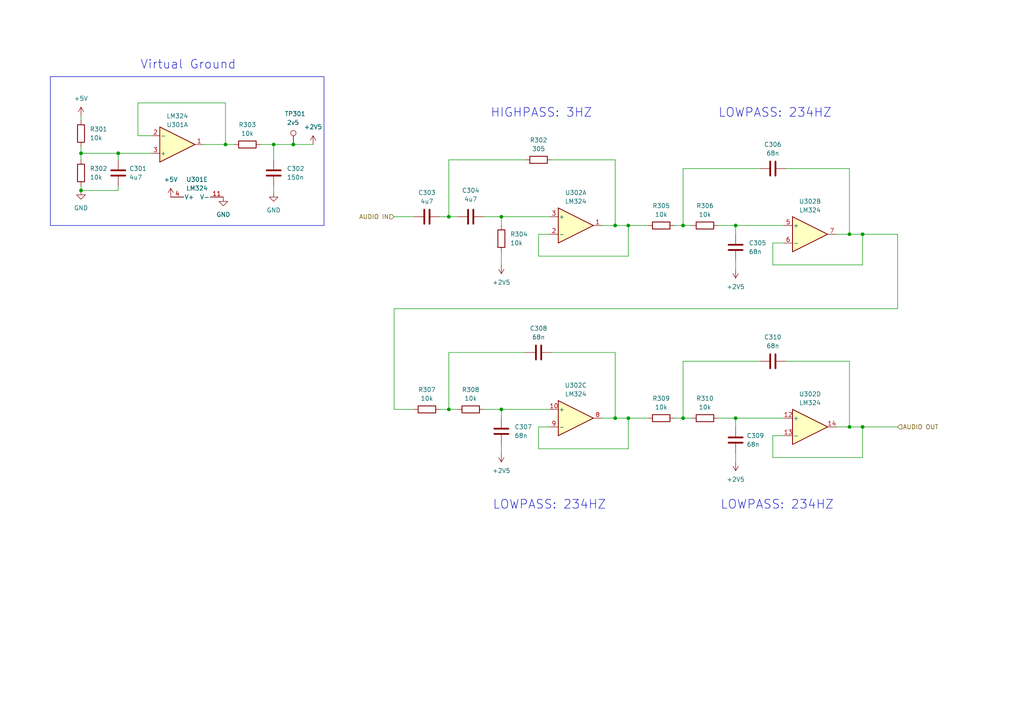
<source format=kicad_sch>
(kicad_sch (version 20230121) (generator eeschema)
  (paper "A4")
  (lib_symbols
    (symbol "Amplifier_Operational:LM324" (pin_names (offset 0.127))
      (property "Reference" "U" (at 0 5.08 0))
      (property "Value" "LM324" (at 0 -5.08 0))
      (symbol "LM324_1_1"
        (polyline (pts (xy -5.08 5.08) (xy 5.08 0) (xy -5.08 -5.08) (xy -5.08 5.08)) (stroke (width 0.254)) (fill (type background)))
        (pin output line (at 7.62 0 180) (length 2.54) (name "~") (number "1"))
        (pin input line (at -7.62 -2.54 0) (length 2.54) (name "-") (number "2"))
        (pin input line (at -7.62 2.54 0) (length 2.54) (name "+") (number "3"))
      )
      (symbol "LM324_2_1"
        (polyline (pts (xy -5.08 5.08) (xy 5.08 0) (xy -5.08 -5.08) (xy -5.08 5.08)) (stroke (width 0.254)) (fill (type background)))
        (pin input line (at -7.62 2.54 0) (length 2.54) (name "+") (number "5"))
        (pin input line (at -7.62 -2.54 0) (length 2.54) (name "-") (number "6"))
        (pin output line (at 7.62 0 180) (length 2.54) (name "~") (number "7"))
      )
      (symbol "LM324_3_1"
        (polyline (pts (xy -5.08 5.08) (xy 5.08 0) (xy -5.08 -5.08) (xy -5.08 5.08)) (stroke (width 0.254)) (fill (type background)))
        (pin input line (at -7.62 2.54 0) (length 2.54) (name "+") (number "10"))
        (pin output line (at 7.62 0 180) (length 2.54) (name "~") (number "8"))
        (pin input line (at -7.62 -2.54 0) (length 2.54) (name "-") (number "9"))
      )
      (symbol "LM324_4_1"
        (polyline (pts (xy -5.08 5.08) (xy 5.08 0) (xy -5.08 -5.08) (xy -5.08 5.08)) (stroke (width 0.254)) (fill (type background)))
        (pin input line (at -7.62 2.54 0) (length 2.54) (name "+") (number "12"))
        (pin input line (at -7.62 -2.54 0) (length 2.54) (name "-") (number "13"))
        (pin output line (at 7.62 0 180) (length 2.54) (name "~") (number "14"))
      )
      (symbol "LM324_5_1"
        (pin power_in line (at -2.54 -7.62 90) (length 3.81) (name "V-") (number "11"))
        (pin power_in line (at -2.54 7.62 270) (length 3.81) (name "V+") (number "4"))
      )
    )
    (symbol "Connector:TestPoint" (pin_numbers hide) (pin_names (offset 0.762) hide)
      (property "Reference" "TP" (at 0 6.858 0))
      (property "Value" "TestPoint" (at 0 5.08 0))
      (symbol "TestPoint_0_1"
        (circle (center 0 3.302) (radius 0.762))
      )
      (symbol "TestPoint_1_1"
        (pin passive line (at 0 0 90) (length 2.54) (name "1") (number "1"))
      )
    )
    (symbol "Device:C" (pin_numbers hide) (pin_names (offset 0.254))
      (property "Reference" "C" (at 0.635 2.54 0))
      (property "Value" "C" (at 0.635 -2.54 0))
      (symbol "C_0_1"
        (polyline (pts (xy -2.032 -0.762) (xy 2.032 -0.762)) (stroke (width 0.508)))
        (polyline (pts (xy -2.032 0.762) (xy 2.032 0.762)) (stroke (width 0.508)))
      )
      (symbol "C_1_1"
        (pin passive line (at 0 3.81 270) (length 2.794) (name "~") (number "1"))
        (pin passive line (at 0 -3.81 90) (length 2.794) (name "~") (number "2"))
      )
    )
    (symbol "Device:R" (pin_numbers hide) (pin_names (offset 0))
      (property "Reference" "R" (at 2.032 0 90))
      (property "Value" "R" (at 0 0 90))
      (symbol "R_0_1"
        (rectangle (start -1.016 -2.54) (end 1.016 2.54) (stroke (width 0.254)))
      )
      (symbol "R_1_1"
        (pin passive line (at 0 3.81 270) (length 1.27) (name "~") (number "1"))
        (pin passive line (at 0 -3.81 90) (length 1.27) (name "~") (number "2"))
      )
    )
    (symbol "power:+2V5" (power) (pin_names (offset 0))
      (property "Value" "+2V5" (at 0 3.556 0))
      (symbol "+2V5_0_1"
        (polyline (pts (xy -0.762 1.27) (xy 0 2.54)))
        (polyline (pts (xy 0 0) (xy 0 2.54)))
        (polyline (pts (xy 0 2.54) (xy 0.762 1.27)))
      )
      (symbol "+2V5_1_1"
        (pin power_in line (at 0 0 90) (length 0) hide (name "+2V5") (number "1"))
      )
    )
    (symbol "power:+5V" (power) (pin_names (offset 0))
      (property "Value" "+5V" (at 0 3.556 0))
      (symbol "+5V_0_1"
        (polyline (pts (xy -0.762 1.27) (xy 0 2.54)))
        (polyline (pts (xy 0 0) (xy 0 2.54)))
        (polyline (pts (xy 0 2.54) (xy 0.762 1.27)))
      )
      (symbol "+5V_1_1"
        (pin power_in line (at 0 0 90) (length 0) hide (name "+5V") (number "1"))
      )
    )
    (symbol "power:GND" (power) (pin_names (offset 0))
      (property "Value" "GND" (at 0 -3.81 0))
      (symbol "GND_0_1"
        (polyline (pts (xy 0 0) (xy 0 -1.27) (xy 1.27 -1.27) (xy 0 -2.54) (xy -1.27 -1.27) (xy 0 -1.27)))
      )
      (symbol "GND_1_1"
        (pin power_in line (at 0 0 270) (length 0) hide (name "GND") (number "1"))
      )
    )
  )
  (junction (at 178.435 121.285))
  (junction (at 85.09 41.91))
  (junction (at 130.175 118.745))
  (junction (at 246.38 123.825))
  (junction (at 23.495 44.45))
  (junction (at 130.175 62.865))
  (junction (at 182.245 121.285))
  (junction (at 145.415 118.745))
  (junction (at 250.19 67.945))
  (junction (at 182.245 65.405))
  (junction (at 213.36 121.285))
  (junction (at 79.375 41.91))
  (junction (at 65.405 41.91))
  (junction (at 145.415 62.865))
  (junction (at 198.12 65.405))
  (junction (at 178.435 65.405))
  (junction (at 34.29 44.45))
  (junction (at 198.12 121.285))
  (junction (at 23.495 55.245))
  (junction (at 250.19 123.825))
  (junction (at 246.38 67.945))
  (junction (at 213.36 65.405))
  (wire (pts (xy 208.28 121.285) (xy 213.36 121.285)))
  (wire (pts (xy 79.375 41.91) (xy 85.09 41.91)))
  (wire (pts (xy 130.175 118.745) (xy 127.635 118.745)))
  (wire (pts (xy 132.715 62.865) (xy 130.175 62.865)))
  (wire (pts (xy 156.21 67.945) (xy 156.21 74.295)))
  (wire (pts (xy 23.495 33.655) (xy 23.495 34.925)))
  (wire (pts (xy 145.415 118.745) (xy 159.385 118.745)))
  (wire (pts (xy 114.3 118.745) (xy 120.015 118.745)))
  (wire (pts (xy 65.405 41.91) (xy 59.055 41.91)))
  (wire (pts (xy 250.19 123.825) (xy 246.38 123.825)))
  (wire (pts (xy 250.19 132.715) (xy 250.19 123.825)))
  (wire (pts (xy 250.19 67.945) (xy 246.38 67.945)))
  (wire (pts (xy 178.435 65.405) (xy 174.625 65.405)))
  (wire (pts (xy 43.815 39.37) (xy 40.005 39.37)))
  (wire (pts (xy 90.805 41.91) (xy 85.09 41.91)))
  (wire (pts (xy 198.12 104.775) (xy 198.12 121.285)))
  (wire (pts (xy 227.33 126.365) (xy 224.155 126.365)))
  (wire (pts (xy 40.005 29.845) (xy 65.405 29.845)))
  (wire (pts (xy 250.19 76.835) (xy 250.19 67.945)))
  (wire (pts (xy 120.015 62.865) (xy 114.3 62.865)))
  (wire (pts (xy 246.38 104.775) (xy 227.965 104.775)))
  (wire (pts (xy 152.4 102.235) (xy 130.175 102.235)))
  (wire (pts (xy 79.375 55.88) (xy 79.375 53.975)))
  (wire (pts (xy 79.375 46.355) (xy 79.375 41.91)))
  (wire (pts (xy 23.495 42.545) (xy 23.495 44.45)))
  (wire (pts (xy 34.29 46.355) (xy 34.29 44.45)))
  (wire (pts (xy 213.36 133.985) (xy 213.36 131.445)))
  (wire (pts (xy 23.495 55.245) (xy 23.495 53.975)))
  (wire (pts (xy 145.415 65.405) (xy 145.415 62.865)))
  (wire (pts (xy 159.385 123.825) (xy 156.21 123.825)))
  (wire (pts (xy 208.28 65.405) (xy 213.36 65.405)))
  (wire (pts (xy 182.245 65.405) (xy 178.435 65.405)))
  (wire (pts (xy 213.36 78.105) (xy 213.36 75.565)))
  (wire (pts (xy 145.415 76.835) (xy 145.415 73.025)))
  (wire (pts (xy 187.96 121.285) (xy 182.245 121.285)))
  (wire (pts (xy 65.405 29.845) (xy 65.405 41.91)))
  (wire (pts (xy 178.435 102.235) (xy 160.02 102.235)))
  (wire (pts (xy 198.12 65.405) (xy 195.58 65.405)))
  (wire (pts (xy 156.21 74.295) (xy 182.245 74.295)))
  (wire (pts (xy 34.29 53.975) (xy 34.29 55.245)))
  (wire (pts (xy 198.12 48.895) (xy 198.12 65.405)))
  (wire (pts (xy 34.29 55.245) (xy 23.495 55.245)))
  (wire (pts (xy 246.38 48.895) (xy 227.965 48.895)))
  (wire (pts (xy 140.335 62.865) (xy 145.415 62.865)))
  (wire (pts (xy 220.345 48.895) (xy 198.12 48.895)))
  (wire (pts (xy 156.21 123.825) (xy 156.21 130.175)))
  (wire (pts (xy 200.66 121.285) (xy 198.12 121.285)))
  (wire (pts (xy 213.36 123.825) (xy 213.36 121.285)))
  (wire (pts (xy 43.815 44.45) (xy 34.29 44.45)))
  (wire (pts (xy 224.155 76.835) (xy 250.19 76.835)))
  (wire (pts (xy 178.435 121.285) (xy 178.435 102.235)))
  (wire (pts (xy 178.435 121.285) (xy 174.625 121.285)))
  (wire (pts (xy 182.245 121.285) (xy 178.435 121.285)))
  (wire (pts (xy 152.4 46.355) (xy 130.175 46.355)))
  (wire (pts (xy 198.12 121.285) (xy 195.58 121.285)))
  (wire (pts (xy 114.3 89.535) (xy 114.3 118.745)))
  (wire (pts (xy 145.415 121.285) (xy 145.415 118.745)))
  (wire (pts (xy 140.335 118.745) (xy 145.415 118.745)))
  (wire (pts (xy 200.66 65.405) (xy 198.12 65.405)))
  (wire (pts (xy 79.375 41.91) (xy 75.565 41.91)))
  (wire (pts (xy 224.155 70.485) (xy 224.155 76.835)))
  (wire (pts (xy 260.35 123.825) (xy 250.19 123.825)))
  (wire (pts (xy 187.96 65.405) (xy 182.245 65.405)))
  (wire (pts (xy 213.36 65.405) (xy 227.33 65.405)))
  (wire (pts (xy 213.36 67.945) (xy 213.36 65.405)))
  (wire (pts (xy 178.435 46.355) (xy 160.02 46.355)))
  (wire (pts (xy 130.175 46.355) (xy 130.175 62.865)))
  (wire (pts (xy 246.38 67.945) (xy 242.57 67.945)))
  (wire (pts (xy 182.245 130.175) (xy 182.245 121.285)))
  (wire (pts (xy 227.33 70.485) (xy 224.155 70.485)))
  (wire (pts (xy 156.21 130.175) (xy 182.245 130.175)))
  (wire (pts (xy 132.715 118.745) (xy 130.175 118.745)))
  (wire (pts (xy 260.35 67.945) (xy 260.35 89.535)))
  (wire (pts (xy 246.38 67.945) (xy 246.38 48.895)))
  (wire (pts (xy 182.245 74.295) (xy 182.245 65.405)))
  (wire (pts (xy 178.435 65.405) (xy 178.435 46.355)))
  (wire (pts (xy 159.385 67.945) (xy 156.21 67.945)))
  (wire (pts (xy 23.495 44.45) (xy 23.495 46.355)))
  (wire (pts (xy 67.945 41.91) (xy 65.405 41.91)))
  (wire (pts (xy 224.155 132.715) (xy 250.19 132.715)))
  (wire (pts (xy 260.35 89.535) (xy 114.3 89.535)))
  (wire (pts (xy 220.345 104.775) (xy 198.12 104.775)))
  (wire (pts (xy 213.36 121.285) (xy 227.33 121.285)))
  (wire (pts (xy 130.175 102.235) (xy 130.175 118.745)))
  (wire (pts (xy 145.415 62.865) (xy 159.385 62.865)))
  (wire (pts (xy 130.175 62.865) (xy 127.635 62.865)))
  (wire (pts (xy 224.155 126.365) (xy 224.155 132.715)))
  (wire (pts (xy 250.19 67.945) (xy 260.35 67.945)))
  (wire (pts (xy 145.415 131.445) (xy 145.415 128.905)))
  (wire (pts (xy 40.005 39.37) (xy 40.005 29.845)))
  (wire (pts (xy 246.38 123.825) (xy 246.38 104.775)))
  (wire (pts (xy 246.38 123.825) (xy 242.57 123.825)))
  (wire (pts (xy 23.495 44.45) (xy 34.29 44.45)))
  (rectangle (start 14.605 22.225) (end 93.98 65.405))
  (text "LOWPASS: 234HZ" (at 142.875 147.955 0) (effects (font (size 2.55 2.55)) (justify left bottom)))
  (text "HIGHPASS: 3HZ" (at 142.24 34.29 0) (effects (font (size 2.55 2.55)) (justify left bottom)))
  (text "LOWPASS: 234HZ" (at 208.28 34.29 0) (effects (font (size 2.55 2.55)) (justify left bottom)))
  (text "Virtual Ground" (at 40.64 20.32 0) (effects (font (size 2.55 2.55)) (justify left bottom)))
  (text "LOWPASS: 234HZ" (at 208.915 147.955 0) (effects (font (size 2.55 2.55)) (justify left bottom)))
  (hierarchical_label "AUDIO OUT" (shape input) (at 260.35 123.825 0))
  (hierarchical_label "AUDIO IN" (shape input) (at 114.3 62.865 180))
  (symbol (lib_id "power:GND") (at 23.495 55.245 0) (unit 1)
    (property "Reference" "#PWR07" (effects hide))
    (property "Value" "GND" (at 23.495 60.325 0))
  )
  (symbol (lib_id "Device:R") (at 191.77 65.405 90) (unit 1)
    (property "Reference" "R305" (at 191.77 59.69 90))
    (property "Value" "10k" (at 191.77 62.23 90))
    (property "Footprint" "Resistor_SMD:R_0805_2012Metric_Pad1.20x1.40mm_HandSolder" (effects hide))
  )
  (symbol (lib_id "Device:R") (at 191.77 121.285 90) (unit 1)
    (property "Reference" "R309" (at 191.77 115.57 90))
    (property "Value" "10k" (at 191.77 118.11 90))
    (property "Footprint" "Resistor_SMD:R_0805_2012Metric_Pad1.20x1.40mm_HandSolder" (effects hide))
  )
  (symbol (lib_id "power:+2V5") (at 213.36 133.985 180) (unit 1)
    (property "Reference" "#PWR015" (effects hide))
    (property "Value" "+2V5" (at 213.36 139.065 0))
  )
  (symbol (lib_id "power:GND") (at 79.375 55.88 0) (unit 1)
    (property "Reference" "#PWR08" (effects hide))
    (property "Value" "GND" (at 79.375 60.96 0))
  )
  (symbol (lib_id "Device:C") (at 123.825 62.865 90) (unit 1)
    (property "Reference" "C303" (at 123.825 55.88 90))
    (property "Value" "4u7" (at 123.825 58.42 90))
    (property "Footprint" "Capacitor_SMD:C_0805_2012Metric_Pad1.18x1.45mm_HandSolder" (effects hide))
  )
  (symbol (lib_id "Device:R") (at 23.495 38.735 180) (unit 1)
    (property "Reference" "R301" (at 26.035 37.465 0) (effects (justify right)))
    (property "Value" "10k" (at 26.035 40.005 0) (effects (justify right)))
    (property "Footprint" "Resistor_SMD:R_0805_2012Metric_Pad1.20x1.40mm_HandSolder" (effects hide))
  )
  (symbol (lib_id "Amplifier_Operational:LM324") (at 167.005 121.285 0) (unit 3)
    (property "Reference" "U302" (at 167.005 111.76 0))
    (property "Value" "LM324" (at 167.005 114.3 0))
    (property "Datasheet" "http://www.ti.com/lit/ds/symlink/lm2902-n.pdf" (effects hide))
  )
  (symbol (lib_id "Device:C") (at 213.36 71.755 180) (unit 1)
    (property "Reference" "C305" (at 217.17 70.485 0) (effects (justify right)))
    (property "Value" "68n" (at 217.17 73.025 0) (effects (justify right)))
    (property "Footprint" "Capacitor_SMD:C_0805_2012Metric_Pad1.18x1.45mm_HandSolder" (effects hide))
  )
  (symbol (lib_id "Device:R") (at 145.415 69.215 0) (unit 1)
    (property "Reference" "R304" (at 147.955 67.945 0) (effects (justify left)))
    (property "Value" "10k" (at 147.955 70.485 0) (effects (justify left)))
    (property "Footprint" "Resistor_SMD:R_0805_2012Metric_Pad1.20x1.40mm_HandSolder" (effects hide))
  )
  (symbol (lib_id "Device:C") (at 224.155 48.895 270) (unit 1)
    (property "Reference" "C306" (at 224.155 41.91 90))
    (property "Value" "68n" (at 224.155 44.45 90))
    (property "Footprint" "Capacitor_SMD:C_0805_2012Metric_Pad1.18x1.45mm_HandSolder" (effects hide))
  )
  (symbol (lib_id "Amplifier_Operational:LM324") (at 167.005 65.405 0) (unit 1)
    (property "Reference" "U302" (at 167.005 55.88 0))
    (property "Value" "LM324" (at 167.005 58.42 0))
    (property "Datasheet" "http://www.ti.com/lit/ds/symlink/lm2902-n.pdf" (effects hide))
  )
  (symbol (lib_id "Device:C") (at 213.36 127.635 180) (unit 1)
    (property "Reference" "C309" (at 216.535 126.365 0) (effects (justify right)))
    (property "Value" "68n" (at 216.535 128.905 0) (effects (justify right)))
    (property "Footprint" "Capacitor_SMD:C_0805_2012Metric_Pad1.18x1.45mm_HandSolder" (effects hide))
  )
  (symbol (lib_id "power:+2V5") (at 90.805 41.91 0) (unit 1)
    (property "Reference" "#PWR09" (effects hide))
    (property "Value" "+2V5" (at 90.805 36.83 0))
  )
  (symbol (lib_id "Device:C") (at 156.21 102.235 270) (unit 1)
    (property "Reference" "C308" (at 156.21 95.25 90))
    (property "Value" "68n" (at 156.21 97.79 90))
    (property "Footprint" "Capacitor_SMD:C_0805_2012Metric_Pad1.18x1.45mm_HandSolder" (effects hide))
  )
  (symbol (lib_id "Device:R") (at 204.47 121.285 90) (unit 1)
    (property "Reference" "R310" (at 204.47 115.57 90))
    (property "Value" "10k" (at 204.47 118.11 90))
    (property "Footprint" "Resistor_SMD:R_0805_2012Metric_Pad1.20x1.40mm_HandSolder" (effects hide))
  )
  (symbol (lib_id "Amplifier_Operational:LM324") (at 51.435 41.91 0) (mirror x) (unit 1)
    (property "Reference" "U301" (at 51.435 36.195 0))
    (property "Value" "LM324" (at 51.435 33.655 0))
    (property "Datasheet" "http://www.ti.com/lit/ds/symlink/lm2902-n.pdf" (effects hide))
  )
  (symbol (lib_id "Device:R") (at 71.755 41.91 270) (unit 1)
    (property "Reference" "R303" (at 71.755 36.195 90))
    (property "Value" "10k" (at 71.755 38.735 90))
    (property "Footprint" "Resistor_SMD:R_0805_2012Metric_Pad1.20x1.40mm_HandSolder" (effects hide))
  )
  (symbol (lib_id "Device:C") (at 79.375 50.165 0) (unit 1)
    (property "Reference" "C302" (at 83.185 48.895 0) (effects (justify left)))
    (property "Value" "150n" (at 83.185 51.435 0) (effects (justify left)))
  )
  (symbol (lib_id "Device:C") (at 34.29 50.165 0) (unit 1)
    (property "Reference" "C301" (at 37.465 48.895 0) (effects (justify left)))
    (property "Value" "4u7" (at 37.465 51.435 0) (effects (justify left)))
  )
  (symbol (lib_id "Device:R") (at 156.21 46.355 90) (unit 1)
    (property "Reference" "R302" (at 156.21 40.64 90))
    (property "Value" "305" (at 156.21 43.18 90))
    (property "Footprint" "Resistor_SMD:R_0805_2012Metric_Pad1.20x1.40mm_HandSolder" (effects hide))
  )
  (symbol (lib_id "Amplifier_Operational:LM324") (at 57.15 54.61 90) (unit 5)
    (property "Reference" "U301" (at 57.15 52.07 90))
    (property "Value" "LM324" (at 57.15 54.61 90))
    (property "Datasheet" "http://www.ti.com/lit/ds/symlink/lm2902-n.pdf" (effects hide))
  )
  (symbol (lib_id "Device:C") (at 136.525 62.865 90) (unit 1)
    (property "Reference" "C304" (at 136.525 55.245 90))
    (property "Value" "4u7" (at 136.525 57.785 90))
    (property "Footprint" "Capacitor_SMD:C_0805_2012Metric_Pad1.18x1.45mm_HandSolder" (effects hide))
  )
  (symbol (lib_id "Device:C") (at 224.155 104.775 270) (unit 1)
    (property "Reference" "C310" (at 224.155 97.79 90))
    (property "Value" "68n" (at 224.155 100.33 90))
    (property "Footprint" "Capacitor_SMD:C_0805_2012Metric_Pad1.18x1.45mm_HandSolder" (effects hide))
  )
  (symbol (lib_id "Device:R") (at 136.525 118.745 90) (unit 1)
    (property "Reference" "R308" (at 136.525 113.03 90))
    (property "Value" "10k" (at 136.525 115.57 90))
    (property "Footprint" "Resistor_SMD:R_0805_2012Metric_Pad1.20x1.40mm_HandSolder" (effects hide))
  )
  (symbol (lib_id "Connector:TestPoint") (at 85.09 41.91 0) (unit 1)
    (property "Reference" "TP301" (at 82.55 33.02 0) (effects (justify left)))
    (property "Value" "2v5" (at 83.185 35.56 0) (effects (justify left)))
  )
  (symbol (lib_id "Amplifier_Operational:LM324") (at 234.95 123.825 0) (unit 4)
    (property "Reference" "U302" (at 234.95 114.3 0))
    (property "Value" "LM324" (at 234.95 116.84 0))
    (property "Datasheet" "http://www.ti.com/lit/ds/symlink/lm2902-n.pdf" (effects hide))
  )
  (symbol (lib_id "Device:R") (at 123.825 118.745 90) (unit 1)
    (property "Reference" "R307" (at 123.825 113.03 90))
    (property "Value" "10k" (at 123.825 115.57 90))
    (property "Footprint" "Resistor_SMD:R_0805_2012Metric_Pad1.20x1.40mm_HandSolder" (effects hide))
  )
  (symbol (lib_id "Device:R") (at 23.495 50.165 180) (unit 1)
    (property "Reference" "R302" (at 26.035 48.895 0) (effects (justify right)))
    (property "Value" "10k" (at 26.035 51.435 0) (effects (justify right)))
    (property "Footprint" "Resistor_SMD:R_0805_2012Metric_Pad1.20x1.40mm_HandSolder" (effects hide))
  )
  (symbol (lib_id "power:GND") (at 64.77 57.15 0) (unit 1)
    (property "Reference" "#PWR013" (effects hide))
    (property "Value" "GND" (at 64.77 62.23 0))
  )
  (symbol (lib_id "Device:R") (at 204.47 65.405 90) (unit 1)
    (property "Reference" "R306" (at 204.47 59.69 90))
    (property "Value" "10k" (at 204.47 62.23 90))
    (property "Footprint" "Resistor_SMD:R_0805_2012Metric_Pad1.20x1.40mm_HandSolder" (effects hide))
  )
  (symbol (lib_id "power:+5V") (at 49.53 57.15 0) (unit 1)
    (property "Reference" "#PWR012" (effects hide))
    (property "Value" "+5V" (at 49.53 52.07 0))
  )
  (symbol (lib_id "power:+5V") (at 23.495 33.655 0) (unit 1)
    (property "Reference" "#PWR06" (effects hide))
    (property "Value" "+5V" (at 23.495 28.575 0))
  )
  (symbol (lib_id "power:+2V5") (at 145.415 76.835 180) (unit 1)
    (property "Reference" "#PWR010" (effects hide))
    (property "Value" "+2V5" (at 145.415 81.915 0))
  )
  (symbol (lib_id "power:+2V5") (at 145.415 131.445 180) (unit 1)
    (property "Reference" "#PWR014" (effects hide))
    (property "Value" "+2V5" (at 145.415 136.525 0))
  )
  (symbol (lib_id "Device:C") (at 145.415 125.095 180) (unit 1)
    (property "Reference" "C307" (at 149.225 123.825 0) (effects (justify right)))
    (property "Value" "68n" (at 149.225 126.365 0) (effects (justify right)))
    (property "Footprint" "Capacitor_SMD:C_0805_2012Metric_Pad1.18x1.45mm_HandSolder" (effects hide))
  )
  (symbol (lib_id "Amplifier_Operational:LM324") (at 234.95 67.945 0) (unit 2)
    (property "Reference" "U302" (at 234.95 58.42 0))
    (property "Value" "LM324" (at 234.95 60.96 0))
    (property "Datasheet" "http://www.ti.com/lit/ds/symlink/lm2902-n.pdf" (effects hide))
  )
  (symbol (lib_id "power:+2V5") (at 213.36 78.105 180) (unit 1)
    (property "Reference" "#PWR011" (effects hide))
    (property "Value" "+2V5" (at 213.36 83.185 0))
  )
)
</source>
